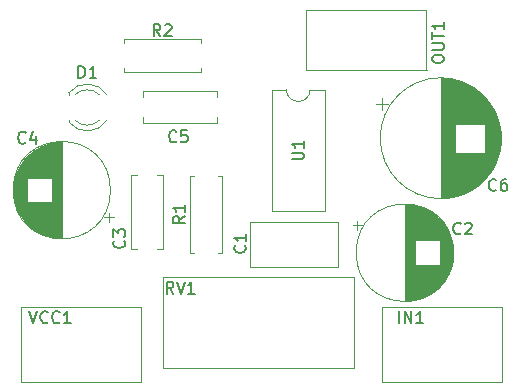
<source format=gbr>
%TF.GenerationSoftware,KiCad,Pcbnew,9.0.4*%
%TF.CreationDate,2025-09-13T17:50:02+02:00*%
%TF.ProjectId,TDA7267,54444137-3236-4372-9e6b-696361645f70,rev?*%
%TF.SameCoordinates,Original*%
%TF.FileFunction,Legend,Top*%
%TF.FilePolarity,Positive*%
%FSLAX46Y46*%
G04 Gerber Fmt 4.6, Leading zero omitted, Abs format (unit mm)*
G04 Created by KiCad (PCBNEW 9.0.4) date 2025-09-13 17:50:02*
%MOMM*%
%LPD*%
G01*
G04 APERTURE LIST*
%ADD10C,0.150000*%
%ADD11C,0.120000*%
G04 APERTURE END LIST*
D10*
X138619580Y-105566666D02*
X138667200Y-105614285D01*
X138667200Y-105614285D02*
X138714819Y-105757142D01*
X138714819Y-105757142D02*
X138714819Y-105852380D01*
X138714819Y-105852380D02*
X138667200Y-105995237D01*
X138667200Y-105995237D02*
X138571961Y-106090475D01*
X138571961Y-106090475D02*
X138476723Y-106138094D01*
X138476723Y-106138094D02*
X138286247Y-106185713D01*
X138286247Y-106185713D02*
X138143390Y-106185713D01*
X138143390Y-106185713D02*
X137952914Y-106138094D01*
X137952914Y-106138094D02*
X137857676Y-106090475D01*
X137857676Y-106090475D02*
X137762438Y-105995237D01*
X137762438Y-105995237D02*
X137714819Y-105852380D01*
X137714819Y-105852380D02*
X137714819Y-105757142D01*
X137714819Y-105757142D02*
X137762438Y-105614285D01*
X137762438Y-105614285D02*
X137810057Y-105566666D01*
X137714819Y-105233332D02*
X137714819Y-104614285D01*
X137714819Y-104614285D02*
X138095771Y-104947618D01*
X138095771Y-104947618D02*
X138095771Y-104804761D01*
X138095771Y-104804761D02*
X138143390Y-104709523D01*
X138143390Y-104709523D02*
X138191009Y-104661904D01*
X138191009Y-104661904D02*
X138286247Y-104614285D01*
X138286247Y-104614285D02*
X138524342Y-104614285D01*
X138524342Y-104614285D02*
X138619580Y-104661904D01*
X138619580Y-104661904D02*
X138667200Y-104709523D01*
X138667200Y-104709523D02*
X138714819Y-104804761D01*
X138714819Y-104804761D02*
X138714819Y-105090475D01*
X138714819Y-105090475D02*
X138667200Y-105185713D01*
X138667200Y-105185713D02*
X138619580Y-105233332D01*
X161900000Y-112554819D02*
X161900000Y-111554819D01*
X162376190Y-112554819D02*
X162376190Y-111554819D01*
X162376190Y-111554819D02*
X162947618Y-112554819D01*
X162947618Y-112554819D02*
X162947618Y-111554819D01*
X163947618Y-112554819D02*
X163376190Y-112554819D01*
X163661904Y-112554819D02*
X163661904Y-111554819D01*
X163661904Y-111554819D02*
X163566666Y-111697676D01*
X163566666Y-111697676D02*
X163471428Y-111792914D01*
X163471428Y-111792914D02*
X163376190Y-111840533D01*
X143764819Y-103504166D02*
X143288628Y-103837499D01*
X143764819Y-104075594D02*
X142764819Y-104075594D01*
X142764819Y-104075594D02*
X142764819Y-103694642D01*
X142764819Y-103694642D02*
X142812438Y-103599404D01*
X142812438Y-103599404D02*
X142860057Y-103551785D01*
X142860057Y-103551785D02*
X142955295Y-103504166D01*
X142955295Y-103504166D02*
X143098152Y-103504166D01*
X143098152Y-103504166D02*
X143193390Y-103551785D01*
X143193390Y-103551785D02*
X143241009Y-103599404D01*
X143241009Y-103599404D02*
X143288628Y-103694642D01*
X143288628Y-103694642D02*
X143288628Y-104075594D01*
X143764819Y-102551785D02*
X143764819Y-103123213D01*
X143764819Y-102837499D02*
X142764819Y-102837499D01*
X142764819Y-102837499D02*
X142907676Y-102932737D01*
X142907676Y-102932737D02*
X143002914Y-103027975D01*
X143002914Y-103027975D02*
X143050533Y-103123213D01*
X134761905Y-91794819D02*
X134761905Y-90794819D01*
X134761905Y-90794819D02*
X135000000Y-90794819D01*
X135000000Y-90794819D02*
X135142857Y-90842438D01*
X135142857Y-90842438D02*
X135238095Y-90937676D01*
X135238095Y-90937676D02*
X135285714Y-91032914D01*
X135285714Y-91032914D02*
X135333333Y-91223390D01*
X135333333Y-91223390D02*
X135333333Y-91366247D01*
X135333333Y-91366247D02*
X135285714Y-91556723D01*
X135285714Y-91556723D02*
X135238095Y-91651961D01*
X135238095Y-91651961D02*
X135142857Y-91747200D01*
X135142857Y-91747200D02*
X135000000Y-91794819D01*
X135000000Y-91794819D02*
X134761905Y-91794819D01*
X136285714Y-91794819D02*
X135714286Y-91794819D01*
X136000000Y-91794819D02*
X136000000Y-90794819D01*
X136000000Y-90794819D02*
X135904762Y-90937676D01*
X135904762Y-90937676D02*
X135809524Y-91032914D01*
X135809524Y-91032914D02*
X135714286Y-91080533D01*
X164694819Y-90276190D02*
X164694819Y-90085714D01*
X164694819Y-90085714D02*
X164742438Y-89990476D01*
X164742438Y-89990476D02*
X164837676Y-89895238D01*
X164837676Y-89895238D02*
X165028152Y-89847619D01*
X165028152Y-89847619D02*
X165361485Y-89847619D01*
X165361485Y-89847619D02*
X165551961Y-89895238D01*
X165551961Y-89895238D02*
X165647200Y-89990476D01*
X165647200Y-89990476D02*
X165694819Y-90085714D01*
X165694819Y-90085714D02*
X165694819Y-90276190D01*
X165694819Y-90276190D02*
X165647200Y-90371428D01*
X165647200Y-90371428D02*
X165551961Y-90466666D01*
X165551961Y-90466666D02*
X165361485Y-90514285D01*
X165361485Y-90514285D02*
X165028152Y-90514285D01*
X165028152Y-90514285D02*
X164837676Y-90466666D01*
X164837676Y-90466666D02*
X164742438Y-90371428D01*
X164742438Y-90371428D02*
X164694819Y-90276190D01*
X164694819Y-89419047D02*
X165504342Y-89419047D01*
X165504342Y-89419047D02*
X165599580Y-89371428D01*
X165599580Y-89371428D02*
X165647200Y-89323809D01*
X165647200Y-89323809D02*
X165694819Y-89228571D01*
X165694819Y-89228571D02*
X165694819Y-89038095D01*
X165694819Y-89038095D02*
X165647200Y-88942857D01*
X165647200Y-88942857D02*
X165599580Y-88895238D01*
X165599580Y-88895238D02*
X165504342Y-88847619D01*
X165504342Y-88847619D02*
X164694819Y-88847619D01*
X164694819Y-88514285D02*
X164694819Y-87942857D01*
X165694819Y-88228571D02*
X164694819Y-88228571D01*
X165694819Y-87085714D02*
X165694819Y-87657142D01*
X165694819Y-87371428D02*
X164694819Y-87371428D01*
X164694819Y-87371428D02*
X164837676Y-87466666D01*
X164837676Y-87466666D02*
X164932914Y-87561904D01*
X164932914Y-87561904D02*
X164980533Y-87657142D01*
X143043333Y-97147080D02*
X142995714Y-97194700D01*
X142995714Y-97194700D02*
X142852857Y-97242319D01*
X142852857Y-97242319D02*
X142757619Y-97242319D01*
X142757619Y-97242319D02*
X142614762Y-97194700D01*
X142614762Y-97194700D02*
X142519524Y-97099461D01*
X142519524Y-97099461D02*
X142471905Y-97004223D01*
X142471905Y-97004223D02*
X142424286Y-96813747D01*
X142424286Y-96813747D02*
X142424286Y-96670890D01*
X142424286Y-96670890D02*
X142471905Y-96480414D01*
X142471905Y-96480414D02*
X142519524Y-96385176D01*
X142519524Y-96385176D02*
X142614762Y-96289938D01*
X142614762Y-96289938D02*
X142757619Y-96242319D01*
X142757619Y-96242319D02*
X142852857Y-96242319D01*
X142852857Y-96242319D02*
X142995714Y-96289938D01*
X142995714Y-96289938D02*
X143043333Y-96337557D01*
X143948095Y-96242319D02*
X143471905Y-96242319D01*
X143471905Y-96242319D02*
X143424286Y-96718509D01*
X143424286Y-96718509D02*
X143471905Y-96670890D01*
X143471905Y-96670890D02*
X143567143Y-96623271D01*
X143567143Y-96623271D02*
X143805238Y-96623271D01*
X143805238Y-96623271D02*
X143900476Y-96670890D01*
X143900476Y-96670890D02*
X143948095Y-96718509D01*
X143948095Y-96718509D02*
X143995714Y-96813747D01*
X143995714Y-96813747D02*
X143995714Y-97051842D01*
X143995714Y-97051842D02*
X143948095Y-97147080D01*
X143948095Y-97147080D02*
X143900476Y-97194700D01*
X143900476Y-97194700D02*
X143805238Y-97242319D01*
X143805238Y-97242319D02*
X143567143Y-97242319D01*
X143567143Y-97242319D02*
X143471905Y-97194700D01*
X143471905Y-97194700D02*
X143424286Y-97147080D01*
X148849580Y-105979166D02*
X148897200Y-106026785D01*
X148897200Y-106026785D02*
X148944819Y-106169642D01*
X148944819Y-106169642D02*
X148944819Y-106264880D01*
X148944819Y-106264880D02*
X148897200Y-106407737D01*
X148897200Y-106407737D02*
X148801961Y-106502975D01*
X148801961Y-106502975D02*
X148706723Y-106550594D01*
X148706723Y-106550594D02*
X148516247Y-106598213D01*
X148516247Y-106598213D02*
X148373390Y-106598213D01*
X148373390Y-106598213D02*
X148182914Y-106550594D01*
X148182914Y-106550594D02*
X148087676Y-106502975D01*
X148087676Y-106502975D02*
X147992438Y-106407737D01*
X147992438Y-106407737D02*
X147944819Y-106264880D01*
X147944819Y-106264880D02*
X147944819Y-106169642D01*
X147944819Y-106169642D02*
X147992438Y-106026785D01*
X147992438Y-106026785D02*
X148040057Y-105979166D01*
X148944819Y-105026785D02*
X148944819Y-105598213D01*
X148944819Y-105312499D02*
X147944819Y-105312499D01*
X147944819Y-105312499D02*
X148087676Y-105407737D01*
X148087676Y-105407737D02*
X148182914Y-105502975D01*
X148182914Y-105502975D02*
X148230533Y-105598213D01*
X152824819Y-98691904D02*
X153634342Y-98691904D01*
X153634342Y-98691904D02*
X153729580Y-98644285D01*
X153729580Y-98644285D02*
X153777200Y-98596666D01*
X153777200Y-98596666D02*
X153824819Y-98501428D01*
X153824819Y-98501428D02*
X153824819Y-98310952D01*
X153824819Y-98310952D02*
X153777200Y-98215714D01*
X153777200Y-98215714D02*
X153729580Y-98168095D01*
X153729580Y-98168095D02*
X153634342Y-98120476D01*
X153634342Y-98120476D02*
X152824819Y-98120476D01*
X153824819Y-97120476D02*
X153824819Y-97691904D01*
X153824819Y-97406190D02*
X152824819Y-97406190D01*
X152824819Y-97406190D02*
X152967676Y-97501428D01*
X152967676Y-97501428D02*
X153062914Y-97596666D01*
X153062914Y-97596666D02*
X153110533Y-97691904D01*
X141693333Y-88254819D02*
X141360000Y-87778628D01*
X141121905Y-88254819D02*
X141121905Y-87254819D01*
X141121905Y-87254819D02*
X141502857Y-87254819D01*
X141502857Y-87254819D02*
X141598095Y-87302438D01*
X141598095Y-87302438D02*
X141645714Y-87350057D01*
X141645714Y-87350057D02*
X141693333Y-87445295D01*
X141693333Y-87445295D02*
X141693333Y-87588152D01*
X141693333Y-87588152D02*
X141645714Y-87683390D01*
X141645714Y-87683390D02*
X141598095Y-87731009D01*
X141598095Y-87731009D02*
X141502857Y-87778628D01*
X141502857Y-87778628D02*
X141121905Y-87778628D01*
X142074286Y-87350057D02*
X142121905Y-87302438D01*
X142121905Y-87302438D02*
X142217143Y-87254819D01*
X142217143Y-87254819D02*
X142455238Y-87254819D01*
X142455238Y-87254819D02*
X142550476Y-87302438D01*
X142550476Y-87302438D02*
X142598095Y-87350057D01*
X142598095Y-87350057D02*
X142645714Y-87445295D01*
X142645714Y-87445295D02*
X142645714Y-87540533D01*
X142645714Y-87540533D02*
X142598095Y-87683390D01*
X142598095Y-87683390D02*
X142026667Y-88254819D01*
X142026667Y-88254819D02*
X142645714Y-88254819D01*
X130590476Y-111554819D02*
X130923809Y-112554819D01*
X130923809Y-112554819D02*
X131257142Y-111554819D01*
X132161904Y-112459580D02*
X132114285Y-112507200D01*
X132114285Y-112507200D02*
X131971428Y-112554819D01*
X131971428Y-112554819D02*
X131876190Y-112554819D01*
X131876190Y-112554819D02*
X131733333Y-112507200D01*
X131733333Y-112507200D02*
X131638095Y-112411961D01*
X131638095Y-112411961D02*
X131590476Y-112316723D01*
X131590476Y-112316723D02*
X131542857Y-112126247D01*
X131542857Y-112126247D02*
X131542857Y-111983390D01*
X131542857Y-111983390D02*
X131590476Y-111792914D01*
X131590476Y-111792914D02*
X131638095Y-111697676D01*
X131638095Y-111697676D02*
X131733333Y-111602438D01*
X131733333Y-111602438D02*
X131876190Y-111554819D01*
X131876190Y-111554819D02*
X131971428Y-111554819D01*
X131971428Y-111554819D02*
X132114285Y-111602438D01*
X132114285Y-111602438D02*
X132161904Y-111650057D01*
X133161904Y-112459580D02*
X133114285Y-112507200D01*
X133114285Y-112507200D02*
X132971428Y-112554819D01*
X132971428Y-112554819D02*
X132876190Y-112554819D01*
X132876190Y-112554819D02*
X132733333Y-112507200D01*
X132733333Y-112507200D02*
X132638095Y-112411961D01*
X132638095Y-112411961D02*
X132590476Y-112316723D01*
X132590476Y-112316723D02*
X132542857Y-112126247D01*
X132542857Y-112126247D02*
X132542857Y-111983390D01*
X132542857Y-111983390D02*
X132590476Y-111792914D01*
X132590476Y-111792914D02*
X132638095Y-111697676D01*
X132638095Y-111697676D02*
X132733333Y-111602438D01*
X132733333Y-111602438D02*
X132876190Y-111554819D01*
X132876190Y-111554819D02*
X132971428Y-111554819D01*
X132971428Y-111554819D02*
X133114285Y-111602438D01*
X133114285Y-111602438D02*
X133161904Y-111650057D01*
X134114285Y-112554819D02*
X133542857Y-112554819D01*
X133828571Y-112554819D02*
X133828571Y-111554819D01*
X133828571Y-111554819D02*
X133733333Y-111697676D01*
X133733333Y-111697676D02*
X133638095Y-111792914D01*
X133638095Y-111792914D02*
X133542857Y-111840533D01*
X167133333Y-104959580D02*
X167085714Y-105007200D01*
X167085714Y-105007200D02*
X166942857Y-105054819D01*
X166942857Y-105054819D02*
X166847619Y-105054819D01*
X166847619Y-105054819D02*
X166704762Y-105007200D01*
X166704762Y-105007200D02*
X166609524Y-104911961D01*
X166609524Y-104911961D02*
X166561905Y-104816723D01*
X166561905Y-104816723D02*
X166514286Y-104626247D01*
X166514286Y-104626247D02*
X166514286Y-104483390D01*
X166514286Y-104483390D02*
X166561905Y-104292914D01*
X166561905Y-104292914D02*
X166609524Y-104197676D01*
X166609524Y-104197676D02*
X166704762Y-104102438D01*
X166704762Y-104102438D02*
X166847619Y-104054819D01*
X166847619Y-104054819D02*
X166942857Y-104054819D01*
X166942857Y-104054819D02*
X167085714Y-104102438D01*
X167085714Y-104102438D02*
X167133333Y-104150057D01*
X167514286Y-104150057D02*
X167561905Y-104102438D01*
X167561905Y-104102438D02*
X167657143Y-104054819D01*
X167657143Y-104054819D02*
X167895238Y-104054819D01*
X167895238Y-104054819D02*
X167990476Y-104102438D01*
X167990476Y-104102438D02*
X168038095Y-104150057D01*
X168038095Y-104150057D02*
X168085714Y-104245295D01*
X168085714Y-104245295D02*
X168085714Y-104340533D01*
X168085714Y-104340533D02*
X168038095Y-104483390D01*
X168038095Y-104483390D02*
X167466667Y-105054819D01*
X167466667Y-105054819D02*
X168085714Y-105054819D01*
X170133333Y-101259580D02*
X170085714Y-101307200D01*
X170085714Y-101307200D02*
X169942857Y-101354819D01*
X169942857Y-101354819D02*
X169847619Y-101354819D01*
X169847619Y-101354819D02*
X169704762Y-101307200D01*
X169704762Y-101307200D02*
X169609524Y-101211961D01*
X169609524Y-101211961D02*
X169561905Y-101116723D01*
X169561905Y-101116723D02*
X169514286Y-100926247D01*
X169514286Y-100926247D02*
X169514286Y-100783390D01*
X169514286Y-100783390D02*
X169561905Y-100592914D01*
X169561905Y-100592914D02*
X169609524Y-100497676D01*
X169609524Y-100497676D02*
X169704762Y-100402438D01*
X169704762Y-100402438D02*
X169847619Y-100354819D01*
X169847619Y-100354819D02*
X169942857Y-100354819D01*
X169942857Y-100354819D02*
X170085714Y-100402438D01*
X170085714Y-100402438D02*
X170133333Y-100450057D01*
X170990476Y-100354819D02*
X170800000Y-100354819D01*
X170800000Y-100354819D02*
X170704762Y-100402438D01*
X170704762Y-100402438D02*
X170657143Y-100450057D01*
X170657143Y-100450057D02*
X170561905Y-100592914D01*
X170561905Y-100592914D02*
X170514286Y-100783390D01*
X170514286Y-100783390D02*
X170514286Y-101164342D01*
X170514286Y-101164342D02*
X170561905Y-101259580D01*
X170561905Y-101259580D02*
X170609524Y-101307200D01*
X170609524Y-101307200D02*
X170704762Y-101354819D01*
X170704762Y-101354819D02*
X170895238Y-101354819D01*
X170895238Y-101354819D02*
X170990476Y-101307200D01*
X170990476Y-101307200D02*
X171038095Y-101259580D01*
X171038095Y-101259580D02*
X171085714Y-101164342D01*
X171085714Y-101164342D02*
X171085714Y-100926247D01*
X171085714Y-100926247D02*
X171038095Y-100831009D01*
X171038095Y-100831009D02*
X170990476Y-100783390D01*
X170990476Y-100783390D02*
X170895238Y-100735771D01*
X170895238Y-100735771D02*
X170704762Y-100735771D01*
X170704762Y-100735771D02*
X170609524Y-100783390D01*
X170609524Y-100783390D02*
X170561905Y-100831009D01*
X170561905Y-100831009D02*
X170514286Y-100926247D01*
X130283333Y-97259580D02*
X130235714Y-97307200D01*
X130235714Y-97307200D02*
X130092857Y-97354819D01*
X130092857Y-97354819D02*
X129997619Y-97354819D01*
X129997619Y-97354819D02*
X129854762Y-97307200D01*
X129854762Y-97307200D02*
X129759524Y-97211961D01*
X129759524Y-97211961D02*
X129711905Y-97116723D01*
X129711905Y-97116723D02*
X129664286Y-96926247D01*
X129664286Y-96926247D02*
X129664286Y-96783390D01*
X129664286Y-96783390D02*
X129711905Y-96592914D01*
X129711905Y-96592914D02*
X129759524Y-96497676D01*
X129759524Y-96497676D02*
X129854762Y-96402438D01*
X129854762Y-96402438D02*
X129997619Y-96354819D01*
X129997619Y-96354819D02*
X130092857Y-96354819D01*
X130092857Y-96354819D02*
X130235714Y-96402438D01*
X130235714Y-96402438D02*
X130283333Y-96450057D01*
X131140476Y-96688152D02*
X131140476Y-97354819D01*
X130902381Y-96307200D02*
X130664286Y-97021485D01*
X130664286Y-97021485D02*
X131283333Y-97021485D01*
X142804761Y-110054819D02*
X142471428Y-109578628D01*
X142233333Y-110054819D02*
X142233333Y-109054819D01*
X142233333Y-109054819D02*
X142614285Y-109054819D01*
X142614285Y-109054819D02*
X142709523Y-109102438D01*
X142709523Y-109102438D02*
X142757142Y-109150057D01*
X142757142Y-109150057D02*
X142804761Y-109245295D01*
X142804761Y-109245295D02*
X142804761Y-109388152D01*
X142804761Y-109388152D02*
X142757142Y-109483390D01*
X142757142Y-109483390D02*
X142709523Y-109531009D01*
X142709523Y-109531009D02*
X142614285Y-109578628D01*
X142614285Y-109578628D02*
X142233333Y-109578628D01*
X143090476Y-109054819D02*
X143423809Y-110054819D01*
X143423809Y-110054819D02*
X143757142Y-109054819D01*
X144614285Y-110054819D02*
X144042857Y-110054819D01*
X144328571Y-110054819D02*
X144328571Y-109054819D01*
X144328571Y-109054819D02*
X144233333Y-109197676D01*
X144233333Y-109197676D02*
X144138095Y-109292914D01*
X144138095Y-109292914D02*
X144042857Y-109340533D01*
D11*
%TO.C,C3*%
X139190000Y-100027500D02*
X139725000Y-100027500D01*
X139190000Y-106267500D02*
X139190000Y-100027500D01*
X139725000Y-106267500D02*
X139190000Y-106267500D01*
X141395000Y-100027500D02*
X141930000Y-100027500D01*
X141930000Y-100027500D02*
X141930000Y-106267500D01*
X141930000Y-106267500D02*
X141395000Y-106267500D01*
%TO.C,IN1*%
X160420000Y-111190000D02*
X160420000Y-117540000D01*
X170580000Y-111190000D02*
X160420000Y-111190000D01*
X170580000Y-117500000D02*
X170580000Y-111190000D01*
X170580000Y-117540000D02*
X160420000Y-117540000D01*
%TO.C,R1*%
X144190000Y-100067500D02*
X144520000Y-100067500D01*
X144190000Y-106607500D02*
X144190000Y-100067500D01*
X144520000Y-106607500D02*
X144190000Y-106607500D01*
X146600000Y-106607500D02*
X146930000Y-106607500D01*
X146930000Y-100067500D02*
X146600000Y-100067500D01*
X146930000Y-106607500D02*
X146930000Y-100067500D01*
%TO.C,D1*%
X133940000Y-93064000D02*
X133940000Y-93220000D01*
X133940000Y-95380000D02*
X133940000Y-95536000D01*
X133940000Y-93064484D02*
G75*
G02*
X137171437Y-93220000I1560000J-1235516D01*
G01*
X134459039Y-93220000D02*
G75*
G02*
X136540961Y-93220000I1040961J-1080000D01*
G01*
X136540961Y-95380000D02*
G75*
G02*
X134459039Y-95380000I-1040961J1080000D01*
G01*
X137171437Y-95380000D02*
G75*
G02*
X133940000Y-95535516I-1671437J1080000D01*
G01*
%TO.C,OUT1*%
X154060000Y-86047500D02*
X154060000Y-91087500D01*
X154060000Y-86047500D02*
X164220000Y-86047500D01*
X154100000Y-91087500D02*
X164260000Y-91087500D01*
X164220000Y-91087500D02*
X164220000Y-86047500D01*
%TO.C,C5*%
X140240000Y-92917500D02*
X146480000Y-92917500D01*
X140240000Y-93452500D02*
X140240000Y-92917500D01*
X140240000Y-95657500D02*
X140240000Y-95122500D01*
X146480000Y-92917500D02*
X146480000Y-93452500D01*
X146480000Y-95122500D02*
X146480000Y-95657500D01*
X146480000Y-95657500D02*
X140240000Y-95657500D01*
%TO.C,C1*%
X149280000Y-104030000D02*
X156720000Y-104030000D01*
X149280000Y-107770000D02*
X149280000Y-104030000D01*
X156720000Y-104030000D02*
X156720000Y-107770000D01*
X156720000Y-107770000D02*
X149280000Y-107770000D01*
%TO.C,U1*%
X151120000Y-92790000D02*
X151120000Y-103070000D01*
X151120000Y-103070000D02*
X155620000Y-103070000D01*
X152370000Y-92790000D02*
X151120000Y-92790000D01*
X155620000Y-92790000D02*
X154370000Y-92790000D01*
X155620000Y-103070000D02*
X155620000Y-92790000D01*
X154370000Y-92790000D02*
G75*
G02*
X152370000Y-92790000I-1000000J0D01*
G01*
%TO.C,R2*%
X138590000Y-88517500D02*
X145130000Y-88517500D01*
X138590000Y-88847500D02*
X138590000Y-88517500D01*
X138590000Y-90927500D02*
X138590000Y-91257500D01*
X138590000Y-91257500D02*
X145130000Y-91257500D01*
X145130000Y-88517500D02*
X145130000Y-88847500D01*
X145130000Y-91257500D02*
X145130000Y-90927500D01*
%TO.C,VCC1*%
X129880000Y-111190000D02*
X129880000Y-117540000D01*
X140040000Y-111190000D02*
X129880000Y-111190000D01*
X140040000Y-117540000D02*
X129880000Y-117540000D01*
X140040000Y-117540000D02*
X140040000Y-111190000D01*
%TO.C,C2*%
X157987651Y-104285000D02*
X158787651Y-104285000D01*
X158387651Y-103885000D02*
X158387651Y-104685000D01*
X162397349Y-102520000D02*
X162397349Y-110680000D01*
X162437349Y-102520000D02*
X162437349Y-110680000D01*
X162477349Y-102521000D02*
X162477349Y-110679000D01*
X162517349Y-102522000D02*
X162517349Y-110678000D01*
X162557349Y-102523000D02*
X162557349Y-110677000D01*
X162597349Y-102525000D02*
X162597349Y-110675000D01*
X162637349Y-102527000D02*
X162637349Y-110673000D01*
X162677349Y-102530000D02*
X162677349Y-110670000D01*
X162717349Y-102532000D02*
X162717349Y-110668000D01*
X162757349Y-102536000D02*
X162757349Y-110664000D01*
X162797349Y-102539000D02*
X162797349Y-110661000D01*
X162837349Y-102544000D02*
X162837349Y-110656000D01*
X162877349Y-102548000D02*
X162877349Y-110652000D01*
X162917349Y-102553000D02*
X162917349Y-110647000D01*
X162957349Y-102558000D02*
X162957349Y-110642000D01*
X162997349Y-102564000D02*
X162997349Y-110636000D01*
X163037349Y-102570000D02*
X163037349Y-110630000D01*
X163077349Y-102577000D02*
X163077349Y-110623000D01*
X163117349Y-102583000D02*
X163117349Y-110617000D01*
X163157349Y-102591000D02*
X163157349Y-110609000D01*
X163197349Y-102598000D02*
X163197349Y-110602000D01*
X163237349Y-102607000D02*
X163237349Y-110593000D01*
X163277349Y-102615000D02*
X163277349Y-105560000D01*
X163277349Y-107640000D02*
X163277349Y-110585000D01*
X163317349Y-102624000D02*
X163317349Y-105560000D01*
X163317349Y-107640000D02*
X163317349Y-110576000D01*
X163357349Y-102633000D02*
X163357349Y-105560000D01*
X163357349Y-107640000D02*
X163357349Y-110567000D01*
X163397349Y-102643000D02*
X163397349Y-105560000D01*
X163397349Y-107640000D02*
X163397349Y-110557000D01*
X163437349Y-102653000D02*
X163437349Y-105560000D01*
X163437349Y-107640000D02*
X163437349Y-110547000D01*
X163477349Y-102664000D02*
X163477349Y-105560000D01*
X163477349Y-107640000D02*
X163477349Y-110536000D01*
X163517349Y-102675000D02*
X163517349Y-105560000D01*
X163517349Y-107640000D02*
X163517349Y-110525000D01*
X163557349Y-102687000D02*
X163557349Y-105560000D01*
X163557349Y-107640000D02*
X163557349Y-110513000D01*
X163597349Y-102699000D02*
X163597349Y-105560000D01*
X163597349Y-107640000D02*
X163597349Y-110501000D01*
X163637349Y-102711000D02*
X163637349Y-105560000D01*
X163637349Y-107640000D02*
X163637349Y-110489000D01*
X163677349Y-102724000D02*
X163677349Y-105560000D01*
X163677349Y-107640000D02*
X163677349Y-110476000D01*
X163717349Y-102737000D02*
X163717349Y-105560000D01*
X163717349Y-107640000D02*
X163717349Y-110463000D01*
X163757349Y-102751000D02*
X163757349Y-105560000D01*
X163757349Y-107640000D02*
X163757349Y-110449000D01*
X163797349Y-102765000D02*
X163797349Y-105560000D01*
X163797349Y-107640000D02*
X163797349Y-110435000D01*
X163837349Y-102780000D02*
X163837349Y-105560000D01*
X163837349Y-107640000D02*
X163837349Y-110420000D01*
X163877349Y-102795000D02*
X163877349Y-105560000D01*
X163877349Y-107640000D02*
X163877349Y-110405000D01*
X163917349Y-102811000D02*
X163917349Y-105560000D01*
X163917349Y-107640000D02*
X163917349Y-110389000D01*
X163957349Y-102827000D02*
X163957349Y-105560000D01*
X163957349Y-107640000D02*
X163957349Y-110373000D01*
X163997349Y-102843000D02*
X163997349Y-105560000D01*
X163997349Y-107640000D02*
X163997349Y-110357000D01*
X164037349Y-102860000D02*
X164037349Y-105560000D01*
X164037349Y-107640000D02*
X164037349Y-110340000D01*
X164077349Y-102878000D02*
X164077349Y-105560000D01*
X164077349Y-107640000D02*
X164077349Y-110322000D01*
X164117349Y-102896000D02*
X164117349Y-105560000D01*
X164117349Y-107640000D02*
X164117349Y-110304000D01*
X164157349Y-102915000D02*
X164157349Y-105560000D01*
X164157349Y-107640000D02*
X164157349Y-110285000D01*
X164197349Y-102934000D02*
X164197349Y-105560000D01*
X164197349Y-107640000D02*
X164197349Y-110266000D01*
X164237349Y-102954000D02*
X164237349Y-105560000D01*
X164237349Y-107640000D02*
X164237349Y-110246000D01*
X164277349Y-102974000D02*
X164277349Y-105560000D01*
X164277349Y-107640000D02*
X164277349Y-110226000D01*
X164317349Y-102995000D02*
X164317349Y-105560000D01*
X164317349Y-107640000D02*
X164317349Y-110205000D01*
X164357349Y-103016000D02*
X164357349Y-105560000D01*
X164357349Y-107640000D02*
X164357349Y-110184000D01*
X164397349Y-103038000D02*
X164397349Y-105560000D01*
X164397349Y-107640000D02*
X164397349Y-110162000D01*
X164437349Y-103061000D02*
X164437349Y-105560000D01*
X164437349Y-107640000D02*
X164437349Y-110139000D01*
X164477349Y-103084000D02*
X164477349Y-105560000D01*
X164477349Y-107640000D02*
X164477349Y-110116000D01*
X164517349Y-103107000D02*
X164517349Y-105560000D01*
X164517349Y-107640000D02*
X164517349Y-110093000D01*
X164557349Y-103132000D02*
X164557349Y-105560000D01*
X164557349Y-107640000D02*
X164557349Y-110068000D01*
X164597349Y-103157000D02*
X164597349Y-105560000D01*
X164597349Y-107640000D02*
X164597349Y-110043000D01*
X164637349Y-103182000D02*
X164637349Y-105560000D01*
X164637349Y-107640000D02*
X164637349Y-110018000D01*
X164677349Y-103208000D02*
X164677349Y-105560000D01*
X164677349Y-107640000D02*
X164677349Y-109992000D01*
X164717349Y-103235000D02*
X164717349Y-105560000D01*
X164717349Y-107640000D02*
X164717349Y-109965000D01*
X164757349Y-103263000D02*
X164757349Y-105560000D01*
X164757349Y-107640000D02*
X164757349Y-109937000D01*
X164797349Y-103291000D02*
X164797349Y-105560000D01*
X164797349Y-107640000D02*
X164797349Y-109909000D01*
X164837349Y-103320000D02*
X164837349Y-105560000D01*
X164837349Y-107640000D02*
X164837349Y-109880000D01*
X164877349Y-103350000D02*
X164877349Y-105560000D01*
X164877349Y-107640000D02*
X164877349Y-109850000D01*
X164917349Y-103381000D02*
X164917349Y-105560000D01*
X164917349Y-107640000D02*
X164917349Y-109819000D01*
X164957349Y-103412000D02*
X164957349Y-105560000D01*
X164957349Y-107640000D02*
X164957349Y-109788000D01*
X164997349Y-103444000D02*
X164997349Y-105560000D01*
X164997349Y-107640000D02*
X164997349Y-109756000D01*
X165037349Y-103477000D02*
X165037349Y-105560000D01*
X165037349Y-107640000D02*
X165037349Y-109723000D01*
X165077349Y-103511000D02*
X165077349Y-105560000D01*
X165077349Y-107640000D02*
X165077349Y-109689000D01*
X165117349Y-103545000D02*
X165117349Y-105560000D01*
X165117349Y-107640000D02*
X165117349Y-109655000D01*
X165157349Y-103581000D02*
X165157349Y-105560000D01*
X165157349Y-107640000D02*
X165157349Y-109619000D01*
X165197349Y-103618000D02*
X165197349Y-105560000D01*
X165197349Y-107640000D02*
X165197349Y-109582000D01*
X165237349Y-103655000D02*
X165237349Y-105560000D01*
X165237349Y-107640000D02*
X165237349Y-109545000D01*
X165277349Y-103694000D02*
X165277349Y-105560000D01*
X165277349Y-107640000D02*
X165277349Y-109506000D01*
X165317349Y-103733000D02*
X165317349Y-105560000D01*
X165317349Y-107640000D02*
X165317349Y-109467000D01*
X165357349Y-103774000D02*
X165357349Y-109426000D01*
X165397349Y-103816000D02*
X165397349Y-109384000D01*
X165437349Y-103859000D02*
X165437349Y-109341000D01*
X165477349Y-103904000D02*
X165477349Y-109296000D01*
X165517349Y-103949000D02*
X165517349Y-109251000D01*
X165557349Y-103996000D02*
X165557349Y-109204000D01*
X165597349Y-104045000D02*
X165597349Y-109155000D01*
X165637349Y-104095000D02*
X165637349Y-109105000D01*
X165677349Y-104147000D02*
X165677349Y-109053000D01*
X165717349Y-104200000D02*
X165717349Y-109000000D01*
X165757349Y-104256000D02*
X165757349Y-108944000D01*
X165797349Y-104313000D02*
X165797349Y-108887000D01*
X165837349Y-104373000D02*
X165837349Y-108827000D01*
X165877349Y-104435000D02*
X165877349Y-108765000D01*
X165917349Y-104499000D02*
X165917349Y-108701000D01*
X165957349Y-104566000D02*
X165957349Y-108634000D01*
X165997349Y-104636000D02*
X165997349Y-108564000D01*
X166037349Y-104710000D02*
X166037349Y-108490000D01*
X166077349Y-104787000D02*
X166077349Y-108413000D01*
X166117349Y-104869000D02*
X166117349Y-108331000D01*
X166157349Y-104956000D02*
X166157349Y-108244000D01*
X166197349Y-105048000D02*
X166197349Y-108152000D01*
X166237349Y-105147000D02*
X166237349Y-108053000D01*
X166277349Y-105254000D02*
X166277349Y-107946000D01*
X166317349Y-105372000D02*
X166317349Y-107828000D01*
X166357349Y-105503000D02*
X166357349Y-107697000D01*
X166397349Y-105653000D02*
X166397349Y-107547000D01*
X166437349Y-105832000D02*
X166437349Y-107368000D01*
X166477349Y-106067000D02*
X166477349Y-107133000D01*
X166517349Y-106600000D02*
G75*
G02*
X158277349Y-106600000I-4120000J0D01*
G01*
X158277349Y-106600000D02*
G75*
G02*
X166517349Y-106600000I4120000J0D01*
G01*
%TO.C,C6*%
X159952677Y-94025000D02*
X160952677Y-94025000D01*
X160452677Y-93525000D02*
X160452677Y-94525000D01*
X165432323Y-91820000D02*
X165432323Y-101980000D01*
X165472323Y-91820000D02*
X165472323Y-101980000D01*
X165512323Y-91821000D02*
X165512323Y-101979000D01*
X165552323Y-91821000D02*
X165552323Y-101979000D01*
X165592323Y-91823000D02*
X165592323Y-101977000D01*
X165632323Y-91824000D02*
X165632323Y-101976000D01*
X165672323Y-91826000D02*
X165672323Y-101974000D01*
X165712323Y-91828000D02*
X165712323Y-101972000D01*
X165752323Y-91830000D02*
X165752323Y-101970000D01*
X165792323Y-91833000D02*
X165792323Y-101967000D01*
X165832323Y-91836000D02*
X165832323Y-101964000D01*
X165872323Y-91839000D02*
X165872323Y-101961000D01*
X165912323Y-91843000D02*
X165912323Y-101957000D01*
X165952323Y-91846000D02*
X165952323Y-101954000D01*
X165992323Y-91851000D02*
X165992323Y-101949000D01*
X166032323Y-91855000D02*
X166032323Y-101945000D01*
X166072323Y-91860000D02*
X166072323Y-101940000D01*
X166112323Y-91865000D02*
X166112323Y-101935000D01*
X166152323Y-91871000D02*
X166152323Y-101929000D01*
X166192323Y-91877000D02*
X166192323Y-101923000D01*
X166232323Y-91883000D02*
X166232323Y-101917000D01*
X166272323Y-91889000D02*
X166272323Y-101911000D01*
X166312323Y-91896000D02*
X166312323Y-101904000D01*
X166352323Y-91903000D02*
X166352323Y-101897000D01*
X166392323Y-91911000D02*
X166392323Y-101889000D01*
X166432323Y-91919000D02*
X166432323Y-101881000D01*
X166472323Y-91927000D02*
X166472323Y-101873000D01*
X166512323Y-91935000D02*
X166512323Y-101865000D01*
X166552323Y-91944000D02*
X166552323Y-101856000D01*
X166592323Y-91953000D02*
X166592323Y-101847000D01*
X166632323Y-91963000D02*
X166632323Y-101837000D01*
X166672323Y-91972000D02*
X166672323Y-101828000D01*
X166712323Y-91983000D02*
X166712323Y-95660000D01*
X166712323Y-98140000D02*
X166712323Y-101817000D01*
X166752323Y-91993000D02*
X166752323Y-95660000D01*
X166752323Y-98140000D02*
X166752323Y-101807000D01*
X166792323Y-92004000D02*
X166792323Y-95660000D01*
X166792323Y-98140000D02*
X166792323Y-101796000D01*
X166832323Y-92015000D02*
X166832323Y-95660000D01*
X166832323Y-98140000D02*
X166832323Y-101785000D01*
X166872323Y-92027000D02*
X166872323Y-95660000D01*
X166872323Y-98140000D02*
X166872323Y-101773000D01*
X166912323Y-92039000D02*
X166912323Y-95660000D01*
X166912323Y-98140000D02*
X166912323Y-101761000D01*
X166952323Y-92051000D02*
X166952323Y-95660000D01*
X166952323Y-98140000D02*
X166952323Y-101749000D01*
X166992323Y-92063000D02*
X166992323Y-95660000D01*
X166992323Y-98140000D02*
X166992323Y-101737000D01*
X167032323Y-92076000D02*
X167032323Y-95660000D01*
X167032323Y-98140000D02*
X167032323Y-101724000D01*
X167072323Y-92090000D02*
X167072323Y-95660000D01*
X167072323Y-98140000D02*
X167072323Y-101710000D01*
X167112323Y-92103000D02*
X167112323Y-95660000D01*
X167112323Y-98140000D02*
X167112323Y-101697000D01*
X167152323Y-92118000D02*
X167152323Y-95660000D01*
X167152323Y-98140000D02*
X167152323Y-101682000D01*
X167192323Y-92132000D02*
X167192323Y-95660000D01*
X167192323Y-98140000D02*
X167192323Y-101668000D01*
X167232323Y-92147000D02*
X167232323Y-95660000D01*
X167232323Y-98140000D02*
X167232323Y-101653000D01*
X167272323Y-92162000D02*
X167272323Y-95660000D01*
X167272323Y-98140000D02*
X167272323Y-101638000D01*
X167312323Y-92178000D02*
X167312323Y-95660000D01*
X167312323Y-98140000D02*
X167312323Y-101622000D01*
X167352323Y-92194000D02*
X167352323Y-95660000D01*
X167352323Y-98140000D02*
X167352323Y-101606000D01*
X167392323Y-92210000D02*
X167392323Y-95660000D01*
X167392323Y-98140000D02*
X167392323Y-101590000D01*
X167432323Y-92227000D02*
X167432323Y-95660000D01*
X167432323Y-98140000D02*
X167432323Y-101573000D01*
X167472323Y-92244000D02*
X167472323Y-95660000D01*
X167472323Y-98140000D02*
X167472323Y-101556000D01*
X167512323Y-92262000D02*
X167512323Y-95660000D01*
X167512323Y-98140000D02*
X167512323Y-101538000D01*
X167552323Y-92280000D02*
X167552323Y-95660000D01*
X167552323Y-98140000D02*
X167552323Y-101520000D01*
X167592323Y-92298000D02*
X167592323Y-95660000D01*
X167592323Y-98140000D02*
X167592323Y-101502000D01*
X167632323Y-92317000D02*
X167632323Y-95660000D01*
X167632323Y-98140000D02*
X167632323Y-101483000D01*
X167672323Y-92336000D02*
X167672323Y-95660000D01*
X167672323Y-98140000D02*
X167672323Y-101464000D01*
X167712323Y-92356000D02*
X167712323Y-95660000D01*
X167712323Y-98140000D02*
X167712323Y-101444000D01*
X167752323Y-92376000D02*
X167752323Y-95660000D01*
X167752323Y-98140000D02*
X167752323Y-101424000D01*
X167792323Y-92396000D02*
X167792323Y-95660000D01*
X167792323Y-98140000D02*
X167792323Y-101404000D01*
X167832323Y-92417000D02*
X167832323Y-95660000D01*
X167832323Y-98140000D02*
X167832323Y-101383000D01*
X167872323Y-92439000D02*
X167872323Y-95660000D01*
X167872323Y-98140000D02*
X167872323Y-101361000D01*
X167912323Y-92461000D02*
X167912323Y-95660000D01*
X167912323Y-98140000D02*
X167912323Y-101339000D01*
X167952323Y-92483000D02*
X167952323Y-95660000D01*
X167952323Y-98140000D02*
X167952323Y-101317000D01*
X167992323Y-92506000D02*
X167992323Y-95660000D01*
X167992323Y-98140000D02*
X167992323Y-101294000D01*
X168032323Y-92529000D02*
X168032323Y-95660000D01*
X168032323Y-98140000D02*
X168032323Y-101271000D01*
X168072323Y-92553000D02*
X168072323Y-95660000D01*
X168072323Y-98140000D02*
X168072323Y-101247000D01*
X168112323Y-92577000D02*
X168112323Y-95660000D01*
X168112323Y-98140000D02*
X168112323Y-101223000D01*
X168152323Y-92602000D02*
X168152323Y-95660000D01*
X168152323Y-98140000D02*
X168152323Y-101198000D01*
X168192323Y-92628000D02*
X168192323Y-95660000D01*
X168192323Y-98140000D02*
X168192323Y-101172000D01*
X168232323Y-92653000D02*
X168232323Y-95660000D01*
X168232323Y-98140000D02*
X168232323Y-101147000D01*
X168272323Y-92680000D02*
X168272323Y-95660000D01*
X168272323Y-98140000D02*
X168272323Y-101120000D01*
X168312323Y-92707000D02*
X168312323Y-95660000D01*
X168312323Y-98140000D02*
X168312323Y-101093000D01*
X168352323Y-92734000D02*
X168352323Y-95660000D01*
X168352323Y-98140000D02*
X168352323Y-101066000D01*
X168392323Y-92762000D02*
X168392323Y-95660000D01*
X168392323Y-98140000D02*
X168392323Y-101038000D01*
X168432323Y-92791000D02*
X168432323Y-95660000D01*
X168432323Y-98140000D02*
X168432323Y-101009000D01*
X168472323Y-92820000D02*
X168472323Y-95660000D01*
X168472323Y-98140000D02*
X168472323Y-100980000D01*
X168512323Y-92850000D02*
X168512323Y-95660000D01*
X168512323Y-98140000D02*
X168512323Y-100950000D01*
X168552323Y-92880000D02*
X168552323Y-95660000D01*
X168552323Y-98140000D02*
X168552323Y-100920000D01*
X168592323Y-92912000D02*
X168592323Y-95660000D01*
X168592323Y-98140000D02*
X168592323Y-100888000D01*
X168632323Y-92943000D02*
X168632323Y-95660000D01*
X168632323Y-98140000D02*
X168632323Y-100857000D01*
X168672323Y-92976000D02*
X168672323Y-95660000D01*
X168672323Y-98140000D02*
X168672323Y-100824000D01*
X168712323Y-93009000D02*
X168712323Y-95660000D01*
X168712323Y-98140000D02*
X168712323Y-100791000D01*
X168752323Y-93042000D02*
X168752323Y-95660000D01*
X168752323Y-98140000D02*
X168752323Y-100758000D01*
X168792323Y-93077000D02*
X168792323Y-95660000D01*
X168792323Y-98140000D02*
X168792323Y-100723000D01*
X168832323Y-93112000D02*
X168832323Y-95660000D01*
X168832323Y-98140000D02*
X168832323Y-100688000D01*
X168872323Y-93148000D02*
X168872323Y-95660000D01*
X168872323Y-98140000D02*
X168872323Y-100652000D01*
X168912323Y-93184000D02*
X168912323Y-95660000D01*
X168912323Y-98140000D02*
X168912323Y-100616000D01*
X168952323Y-93222000D02*
X168952323Y-95660000D01*
X168952323Y-98140000D02*
X168952323Y-100578000D01*
X168992323Y-93260000D02*
X168992323Y-95660000D01*
X168992323Y-98140000D02*
X168992323Y-100540000D01*
X169032323Y-93299000D02*
X169032323Y-95660000D01*
X169032323Y-98140000D02*
X169032323Y-100501000D01*
X169072323Y-93339000D02*
X169072323Y-95660000D01*
X169072323Y-98140000D02*
X169072323Y-100461000D01*
X169112323Y-93380000D02*
X169112323Y-95660000D01*
X169112323Y-98140000D02*
X169112323Y-100420000D01*
X169152323Y-93422000D02*
X169152323Y-95660000D01*
X169152323Y-98140000D02*
X169152323Y-100378000D01*
X169192323Y-93465000D02*
X169192323Y-100335000D01*
X169232323Y-93509000D02*
X169232323Y-100291000D01*
X169272323Y-93553000D02*
X169272323Y-100247000D01*
X169312323Y-93599000D02*
X169312323Y-100201000D01*
X169352323Y-93646000D02*
X169352323Y-100154000D01*
X169392323Y-93695000D02*
X169392323Y-100105000D01*
X169432323Y-93744000D02*
X169432323Y-100056000D01*
X169472323Y-93795000D02*
X169472323Y-100005000D01*
X169512323Y-93847000D02*
X169512323Y-99953000D01*
X169552323Y-93900000D02*
X169552323Y-99900000D01*
X169592323Y-93955000D02*
X169592323Y-99845000D01*
X169632323Y-94012000D02*
X169632323Y-99788000D01*
X169672323Y-94070000D02*
X169672323Y-99730000D01*
X169712323Y-94130000D02*
X169712323Y-99670000D01*
X169752323Y-94192000D02*
X169752323Y-99608000D01*
X169792323Y-94256000D02*
X169792323Y-99544000D01*
X169832323Y-94322000D02*
X169832323Y-99478000D01*
X169872323Y-94390000D02*
X169872323Y-99410000D01*
X169912323Y-94461000D02*
X169912323Y-99339000D01*
X169952323Y-94535000D02*
X169952323Y-99265000D01*
X169992323Y-94612000D02*
X169992323Y-99188000D01*
X170032323Y-94692000D02*
X170032323Y-99108000D01*
X170072323Y-94776000D02*
X170072323Y-99024000D01*
X170112323Y-94863000D02*
X170112323Y-98937000D01*
X170152323Y-94956000D02*
X170152323Y-98844000D01*
X170192323Y-95054000D02*
X170192323Y-98746000D01*
X170232323Y-95158000D02*
X170232323Y-98642000D01*
X170272323Y-95270000D02*
X170272323Y-98530000D01*
X170312323Y-95391000D02*
X170312323Y-98409000D01*
X170352323Y-95523000D02*
X170352323Y-98277000D01*
X170392323Y-95670000D02*
X170392323Y-98130000D01*
X170432323Y-95838000D02*
X170432323Y-97962000D01*
X170472323Y-96038000D02*
X170472323Y-97762000D01*
X170512323Y-96301000D02*
X170512323Y-97499000D01*
X170552323Y-96900000D02*
G75*
G02*
X160312323Y-96900000I-5120000J0D01*
G01*
X160312323Y-96900000D02*
G75*
G02*
X170552323Y-96900000I5120000J0D01*
G01*
%TO.C,C4*%
X129270000Y-101833000D02*
X129270000Y-100767000D01*
X129310000Y-102068000D02*
X129310000Y-100532000D01*
X129350000Y-102247000D02*
X129350000Y-100353000D01*
X129390000Y-102397000D02*
X129390000Y-100203000D01*
X129430000Y-102528000D02*
X129430000Y-100072000D01*
X129470000Y-102646000D02*
X129470000Y-99954000D01*
X129510000Y-102753000D02*
X129510000Y-99847000D01*
X129550000Y-102852000D02*
X129550000Y-99748000D01*
X129590000Y-102944000D02*
X129590000Y-99656000D01*
X129630000Y-103031000D02*
X129630000Y-99569000D01*
X129670000Y-103113000D02*
X129670000Y-99487000D01*
X129710000Y-103190000D02*
X129710000Y-99410000D01*
X129750000Y-103264000D02*
X129750000Y-99336000D01*
X129790000Y-103334000D02*
X129790000Y-99266000D01*
X129830000Y-103401000D02*
X129830000Y-99199000D01*
X129870000Y-103465000D02*
X129870000Y-99135000D01*
X129910000Y-103527000D02*
X129910000Y-99073000D01*
X129950000Y-103587000D02*
X129950000Y-99013000D01*
X129990000Y-103644000D02*
X129990000Y-98956000D01*
X130030000Y-103700000D02*
X130030000Y-98900000D01*
X130070000Y-103753000D02*
X130070000Y-98847000D01*
X130110000Y-103805000D02*
X130110000Y-98795000D01*
X130150000Y-103855000D02*
X130150000Y-98745000D01*
X130190000Y-103904000D02*
X130190000Y-98696000D01*
X130230000Y-103951000D02*
X130230000Y-98649000D01*
X130270000Y-103996000D02*
X130270000Y-98604000D01*
X130310000Y-104041000D02*
X130310000Y-98559000D01*
X130350000Y-104084000D02*
X130350000Y-98516000D01*
X130390000Y-104126000D02*
X130390000Y-98474000D01*
X130430000Y-100260000D02*
X130430000Y-98433000D01*
X130430000Y-104167000D02*
X130430000Y-102340000D01*
X130470000Y-100260000D02*
X130470000Y-98394000D01*
X130470000Y-104206000D02*
X130470000Y-102340000D01*
X130510000Y-100260000D02*
X130510000Y-98355000D01*
X130510000Y-104245000D02*
X130510000Y-102340000D01*
X130550000Y-100260000D02*
X130550000Y-98318000D01*
X130550000Y-104282000D02*
X130550000Y-102340000D01*
X130590000Y-100260000D02*
X130590000Y-98281000D01*
X130590000Y-104319000D02*
X130590000Y-102340000D01*
X130630000Y-100260000D02*
X130630000Y-98245000D01*
X130630000Y-104355000D02*
X130630000Y-102340000D01*
X130670000Y-100260000D02*
X130670000Y-98211000D01*
X130670000Y-104389000D02*
X130670000Y-102340000D01*
X130710000Y-100260000D02*
X130710000Y-98177000D01*
X130710000Y-104423000D02*
X130710000Y-102340000D01*
X130750000Y-100260000D02*
X130750000Y-98144000D01*
X130750000Y-104456000D02*
X130750000Y-102340000D01*
X130790000Y-100260000D02*
X130790000Y-98112000D01*
X130790000Y-104488000D02*
X130790000Y-102340000D01*
X130830000Y-100260000D02*
X130830000Y-98081000D01*
X130830000Y-104519000D02*
X130830000Y-102340000D01*
X130870000Y-100260000D02*
X130870000Y-98050000D01*
X130870000Y-104550000D02*
X130870000Y-102340000D01*
X130910000Y-100260000D02*
X130910000Y-98020000D01*
X130910000Y-104580000D02*
X130910000Y-102340000D01*
X130950000Y-100260000D02*
X130950000Y-97991000D01*
X130950000Y-104609000D02*
X130950000Y-102340000D01*
X130990000Y-100260000D02*
X130990000Y-97963000D01*
X130990000Y-104637000D02*
X130990000Y-102340000D01*
X131030000Y-100260000D02*
X131030000Y-97935000D01*
X131030000Y-104665000D02*
X131030000Y-102340000D01*
X131070000Y-100260000D02*
X131070000Y-97908000D01*
X131070000Y-104692000D02*
X131070000Y-102340000D01*
X131110000Y-100260000D02*
X131110000Y-97882000D01*
X131110000Y-104718000D02*
X131110000Y-102340000D01*
X131150000Y-100260000D02*
X131150000Y-97857000D01*
X131150000Y-104743000D02*
X131150000Y-102340000D01*
X131190000Y-100260000D02*
X131190000Y-97832000D01*
X131190000Y-104768000D02*
X131190000Y-102340000D01*
X131230000Y-100260000D02*
X131230000Y-97807000D01*
X131230000Y-104793000D02*
X131230000Y-102340000D01*
X131270000Y-100260000D02*
X131270000Y-97784000D01*
X131270000Y-104816000D02*
X131270000Y-102340000D01*
X131310000Y-100260000D02*
X131310000Y-97761000D01*
X131310000Y-104839000D02*
X131310000Y-102340000D01*
X131350000Y-100260000D02*
X131350000Y-97738000D01*
X131350000Y-104862000D02*
X131350000Y-102340000D01*
X131390000Y-100260000D02*
X131390000Y-97716000D01*
X131390000Y-104884000D02*
X131390000Y-102340000D01*
X131430000Y-100260000D02*
X131430000Y-97695000D01*
X131430000Y-104905000D02*
X131430000Y-102340000D01*
X131470000Y-100260000D02*
X131470000Y-97674000D01*
X131470000Y-104926000D02*
X131470000Y-102340000D01*
X131510000Y-100260000D02*
X131510000Y-97654000D01*
X131510000Y-104946000D02*
X131510000Y-102340000D01*
X131550000Y-100260000D02*
X131550000Y-97634000D01*
X131550000Y-104966000D02*
X131550000Y-102340000D01*
X131590000Y-100260000D02*
X131590000Y-97615000D01*
X131590000Y-104985000D02*
X131590000Y-102340000D01*
X131630000Y-100260000D02*
X131630000Y-97596000D01*
X131630000Y-105004000D02*
X131630000Y-102340000D01*
X131670000Y-100260000D02*
X131670000Y-97578000D01*
X131670000Y-105022000D02*
X131670000Y-102340000D01*
X131710000Y-100260000D02*
X131710000Y-97560000D01*
X131710000Y-105040000D02*
X131710000Y-102340000D01*
X131750000Y-100260000D02*
X131750000Y-97543000D01*
X131750000Y-105057000D02*
X131750000Y-102340000D01*
X131790000Y-100260000D02*
X131790000Y-97527000D01*
X131790000Y-105073000D02*
X131790000Y-102340000D01*
X131830000Y-100260000D02*
X131830000Y-97511000D01*
X131830000Y-105089000D02*
X131830000Y-102340000D01*
X131870000Y-100260000D02*
X131870000Y-97495000D01*
X131870000Y-105105000D02*
X131870000Y-102340000D01*
X131910000Y-100260000D02*
X131910000Y-97480000D01*
X131910000Y-105120000D02*
X131910000Y-102340000D01*
X131950000Y-100260000D02*
X131950000Y-97465000D01*
X131950000Y-105135000D02*
X131950000Y-102340000D01*
X131990000Y-100260000D02*
X131990000Y-97451000D01*
X131990000Y-105149000D02*
X131990000Y-102340000D01*
X132030000Y-100260000D02*
X132030000Y-97437000D01*
X132030000Y-105163000D02*
X132030000Y-102340000D01*
X132070000Y-100260000D02*
X132070000Y-97424000D01*
X132070000Y-105176000D02*
X132070000Y-102340000D01*
X132110000Y-100260000D02*
X132110000Y-97411000D01*
X132110000Y-105189000D02*
X132110000Y-102340000D01*
X132150000Y-100260000D02*
X132150000Y-97399000D01*
X132150000Y-105201000D02*
X132150000Y-102340000D01*
X132190000Y-100260000D02*
X132190000Y-97387000D01*
X132190000Y-105213000D02*
X132190000Y-102340000D01*
X132230000Y-100260000D02*
X132230000Y-97375000D01*
X132230000Y-105225000D02*
X132230000Y-102340000D01*
X132270000Y-100260000D02*
X132270000Y-97364000D01*
X132270000Y-105236000D02*
X132270000Y-102340000D01*
X132310000Y-100260000D02*
X132310000Y-97353000D01*
X132310000Y-105247000D02*
X132310000Y-102340000D01*
X132350000Y-100260000D02*
X132350000Y-97343000D01*
X132350000Y-105257000D02*
X132350000Y-102340000D01*
X132390000Y-100260000D02*
X132390000Y-97333000D01*
X132390000Y-105267000D02*
X132390000Y-102340000D01*
X132430000Y-100260000D02*
X132430000Y-97324000D01*
X132430000Y-105276000D02*
X132430000Y-102340000D01*
X132470000Y-100260000D02*
X132470000Y-97315000D01*
X132470000Y-105285000D02*
X132470000Y-102340000D01*
X132510000Y-105293000D02*
X132510000Y-97307000D01*
X132550000Y-105302000D02*
X132550000Y-97298000D01*
X132590000Y-105309000D02*
X132590000Y-97291000D01*
X132630000Y-105317000D02*
X132630000Y-97283000D01*
X132670000Y-105323000D02*
X132670000Y-97277000D01*
X132710000Y-105330000D02*
X132710000Y-97270000D01*
X132750000Y-105336000D02*
X132750000Y-97264000D01*
X132790000Y-105342000D02*
X132790000Y-97258000D01*
X132830000Y-105347000D02*
X132830000Y-97253000D01*
X132870000Y-105352000D02*
X132870000Y-97248000D01*
X132910000Y-105356000D02*
X132910000Y-97244000D01*
X132950000Y-105361000D02*
X132950000Y-97239000D01*
X132990000Y-105364000D02*
X132990000Y-97236000D01*
X133030000Y-105368000D02*
X133030000Y-97232000D01*
X133070000Y-105370000D02*
X133070000Y-97230000D01*
X133110000Y-105373000D02*
X133110000Y-97227000D01*
X133150000Y-105375000D02*
X133150000Y-97225000D01*
X133190000Y-105377000D02*
X133190000Y-97223000D01*
X133230000Y-105378000D02*
X133230000Y-97222000D01*
X133270000Y-105379000D02*
X133270000Y-97221000D01*
X133310000Y-105380000D02*
X133310000Y-97220000D01*
X133350000Y-105380000D02*
X133350000Y-97220000D01*
X137359698Y-104015000D02*
X137359698Y-103215000D01*
X137759698Y-103615000D02*
X136959698Y-103615000D01*
X137470000Y-101300000D02*
G75*
G02*
X129230000Y-101300000I-4120000J0D01*
G01*
X129230000Y-101300000D02*
G75*
G02*
X137470000Y-101300000I4120000J0D01*
G01*
%TO.C,RV1*%
X141890000Y-108640000D02*
X158110000Y-108640000D01*
X141890000Y-116360000D02*
X141890000Y-108640000D01*
X146390000Y-116360000D02*
X153610000Y-116360000D01*
X158110000Y-108640000D02*
X158110000Y-116360000D01*
X158110000Y-116360000D02*
X141890000Y-116360000D01*
%TD*%
M02*

</source>
